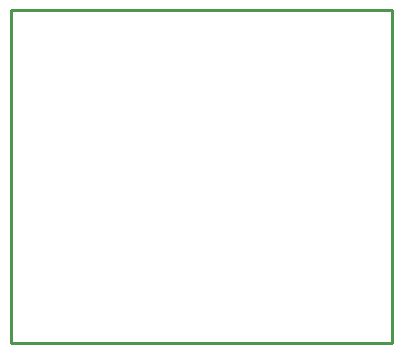
<source format=gko>
G04 Layer: BoardOutlineLayer*
G04 EasyEDA Pro v1.7.24, 2022-06-27 15:35:26*
G04 Gerber Generator version 0.3*
G04 Scale: 100 percent, Rotated: No, Reflected: No*
G04 Dimensions in millimeters*
G04 Leading zeros omitted, absolute positions, 3 integers and 3 decimals*
%FSLAX33Y33*%
%MOMM*%
%ADD10C,0.254*%
G75*


G04 Rect Start*
G54D10*
G01X10414Y-4699D02*
G01X10414Y-32893D01*
G01X42672D01*
G01Y-4699D01*
G01X10414D01*
G04 Rect End*

M02*

</source>
